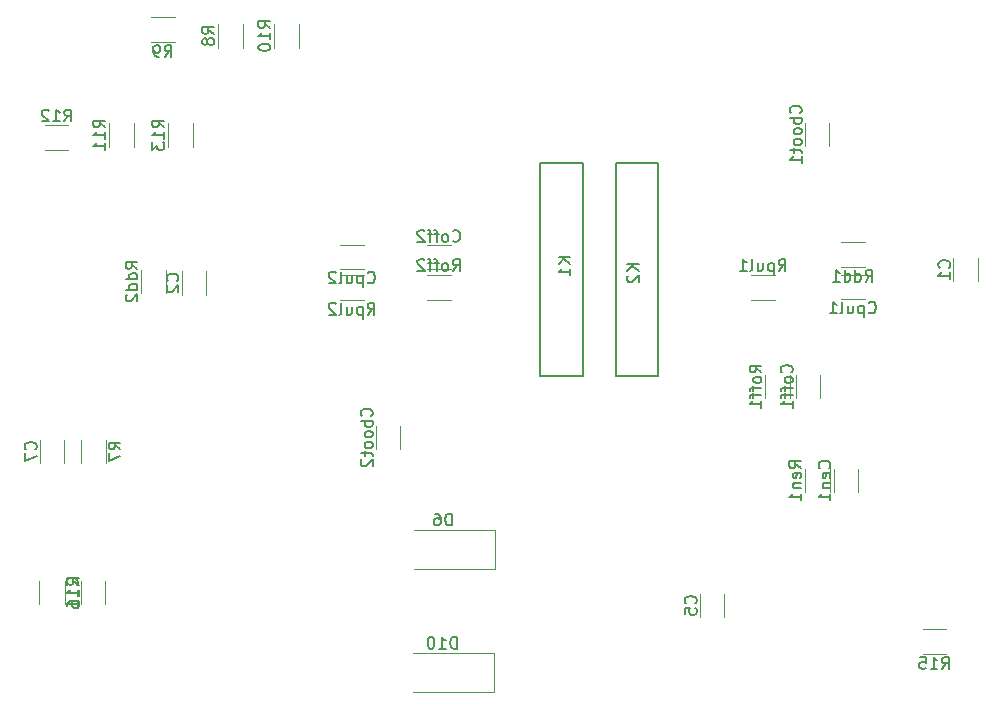
<source format=gbo>
G04 #@! TF.FileFunction,Legend,Bot*
%FSLAX46Y46*%
G04 Gerber Fmt 4.6, Leading zero omitted, Abs format (unit mm)*
G04 Created by KiCad (PCBNEW 4.0.2+dfsg1-stable) date ven. 05 janv. 2018 23:27:10 CET*
%MOMM*%
G01*
G04 APERTURE LIST*
%ADD10C,0.100000*%
%ADD11C,0.120000*%
%ADD12C,0.150000*%
G04 APERTURE END LIST*
D10*
D11*
X84070000Y-125206000D02*
X84070000Y-123206000D01*
X86110000Y-123206000D02*
X86110000Y-125206000D01*
D12*
X104400000Y-119000000D02*
X104400000Y-101000000D01*
X108000000Y-119000000D02*
X104400000Y-119000000D01*
X108000000Y-101000000D02*
X108000000Y-119000000D01*
X104400000Y-101000000D02*
X108000000Y-101000000D01*
D11*
X132980000Y-111000000D02*
X132980000Y-109000000D01*
X135020000Y-109000000D02*
X135020000Y-111000000D01*
X111502000Y-139430000D02*
X111502000Y-137430000D01*
X113542000Y-137430000D02*
X113542000Y-139430000D01*
X55625200Y-126387600D02*
X55625200Y-124387600D01*
X57665200Y-124387600D02*
X57665200Y-126387600D01*
X120392000Y-99552000D02*
X120392000Y-97552000D01*
X122432000Y-97552000D02*
X122432000Y-99552000D01*
X122843100Y-128863600D02*
X122843100Y-126863600D01*
X124883100Y-126863600D02*
X124883100Y-128863600D01*
X119630000Y-120888000D02*
X119630000Y-118888000D01*
X121670000Y-118888000D02*
X121670000Y-120888000D01*
X88408000Y-107946000D02*
X90408000Y-107946000D01*
X90408000Y-109986000D02*
X88408000Y-109986000D01*
X125460000Y-112526000D02*
X123460000Y-112526000D01*
X123460000Y-110486000D02*
X125460000Y-110486000D01*
X83042000Y-109986000D02*
X81042000Y-109986000D01*
X81042000Y-107946000D02*
X83042000Y-107946000D01*
X59075200Y-124387600D02*
X59075200Y-126387600D01*
X61215200Y-126387600D02*
X61215200Y-124387600D01*
X72847100Y-91199200D02*
X72847100Y-89199200D01*
X70707100Y-89199200D02*
X70707100Y-91199200D01*
X67027100Y-88629200D02*
X65027100Y-88629200D01*
X65027100Y-90769200D02*
X67027100Y-90769200D01*
X77597100Y-91199200D02*
X77597100Y-89199200D01*
X75457100Y-89199200D02*
X75457100Y-91199200D01*
X63620200Y-99595600D02*
X63620200Y-97595600D01*
X61480200Y-97595600D02*
X61480200Y-99595600D01*
X56050200Y-99915600D02*
X58050200Y-99915600D01*
X58050200Y-97775600D02*
X56050200Y-97775600D01*
X68620200Y-99595600D02*
X68620200Y-97595600D01*
X66480200Y-97595600D02*
X66480200Y-99595600D01*
X132358000Y-140430000D02*
X130358000Y-140430000D01*
X130358000Y-142570000D02*
X132358000Y-142570000D01*
X125460000Y-107642000D02*
X123460000Y-107642000D01*
X123460000Y-109782000D02*
X125460000Y-109782000D01*
X66348000Y-111998000D02*
X66348000Y-109998000D01*
X64208000Y-109998000D02*
X64208000Y-111998000D01*
X122532800Y-128863600D02*
X122532800Y-126863600D01*
X120392800Y-126863600D02*
X120392800Y-128863600D01*
X119180000Y-120888000D02*
X119180000Y-118888000D01*
X117040000Y-118888000D02*
X117040000Y-120888000D01*
X88408000Y-112576000D02*
X90408000Y-112576000D01*
X90408000Y-110436000D02*
X88408000Y-110436000D01*
X115840000Y-112576000D02*
X117840000Y-112576000D01*
X117840000Y-110436000D02*
X115840000Y-110436000D01*
X83042000Y-110436000D02*
X81042000Y-110436000D01*
X81042000Y-112576000D02*
X83042000Y-112576000D01*
X59125200Y-138349600D02*
X59125200Y-136349600D01*
X61165200Y-136349600D02*
X61165200Y-138349600D01*
X94166000Y-132061000D02*
X94166000Y-135361000D01*
X94166000Y-135361000D02*
X87266000Y-135361000D01*
X94166000Y-132061000D02*
X87266000Y-132061000D01*
X94115200Y-142494600D02*
X94115200Y-145794600D01*
X94115200Y-145794600D02*
X87215200Y-145794600D01*
X94115200Y-142494600D02*
X87215200Y-142494600D01*
X55575200Y-136349600D02*
X55575200Y-138349600D01*
X57715200Y-138349600D02*
X57715200Y-136349600D01*
D12*
X101600000Y-101000000D02*
X101600000Y-119000000D01*
X98000000Y-101000000D02*
X101600000Y-101000000D01*
X98000000Y-119000000D02*
X98000000Y-101000000D01*
X101600000Y-119000000D02*
X98000000Y-119000000D01*
D11*
X67630000Y-112117600D02*
X67630000Y-110117600D01*
X69670000Y-110117600D02*
X69670000Y-112117600D01*
D12*
X83697143Y-122396476D02*
X83744762Y-122348857D01*
X83792381Y-122206000D01*
X83792381Y-122110762D01*
X83744762Y-121967904D01*
X83649524Y-121872666D01*
X83554286Y-121825047D01*
X83363810Y-121777428D01*
X83220952Y-121777428D01*
X83030476Y-121825047D01*
X82935238Y-121872666D01*
X82840000Y-121967904D01*
X82792381Y-122110762D01*
X82792381Y-122206000D01*
X82840000Y-122348857D01*
X82887619Y-122396476D01*
X83792381Y-122825047D02*
X82792381Y-122825047D01*
X83173333Y-122825047D02*
X83125714Y-122920285D01*
X83125714Y-123110762D01*
X83173333Y-123206000D01*
X83220952Y-123253619D01*
X83316190Y-123301238D01*
X83601905Y-123301238D01*
X83697143Y-123253619D01*
X83744762Y-123206000D01*
X83792381Y-123110762D01*
X83792381Y-122920285D01*
X83744762Y-122825047D01*
X83792381Y-123872666D02*
X83744762Y-123777428D01*
X83697143Y-123729809D01*
X83601905Y-123682190D01*
X83316190Y-123682190D01*
X83220952Y-123729809D01*
X83173333Y-123777428D01*
X83125714Y-123872666D01*
X83125714Y-124015524D01*
X83173333Y-124110762D01*
X83220952Y-124158381D01*
X83316190Y-124206000D01*
X83601905Y-124206000D01*
X83697143Y-124158381D01*
X83744762Y-124110762D01*
X83792381Y-124015524D01*
X83792381Y-123872666D01*
X83792381Y-124777428D02*
X83744762Y-124682190D01*
X83697143Y-124634571D01*
X83601905Y-124586952D01*
X83316190Y-124586952D01*
X83220952Y-124634571D01*
X83173333Y-124682190D01*
X83125714Y-124777428D01*
X83125714Y-124920286D01*
X83173333Y-125015524D01*
X83220952Y-125063143D01*
X83316190Y-125110762D01*
X83601905Y-125110762D01*
X83697143Y-125063143D01*
X83744762Y-125015524D01*
X83792381Y-124920286D01*
X83792381Y-124777428D01*
X83125714Y-125396476D02*
X83125714Y-125777428D01*
X82792381Y-125539333D02*
X83649524Y-125539333D01*
X83744762Y-125586952D01*
X83792381Y-125682190D01*
X83792381Y-125777428D01*
X82887619Y-126063143D02*
X82840000Y-126110762D01*
X82792381Y-126206000D01*
X82792381Y-126444096D01*
X82840000Y-126539334D01*
X82887619Y-126586953D01*
X82982857Y-126634572D01*
X83078095Y-126634572D01*
X83220952Y-126586953D01*
X83792381Y-126015524D01*
X83792381Y-126634572D01*
X100552381Y-108961905D02*
X99552381Y-108961905D01*
X100552381Y-109533334D02*
X99980952Y-109104762D01*
X99552381Y-109533334D02*
X100123810Y-108961905D01*
X100552381Y-110485715D02*
X100552381Y-109914286D01*
X100552381Y-110200000D02*
X99552381Y-110200000D01*
X99695238Y-110104762D01*
X99790476Y-110009524D01*
X99838095Y-109914286D01*
X132607143Y-109833334D02*
X132654762Y-109785715D01*
X132702381Y-109642858D01*
X132702381Y-109547620D01*
X132654762Y-109404762D01*
X132559524Y-109309524D01*
X132464286Y-109261905D01*
X132273810Y-109214286D01*
X132130952Y-109214286D01*
X131940476Y-109261905D01*
X131845238Y-109309524D01*
X131750000Y-109404762D01*
X131702381Y-109547620D01*
X131702381Y-109642858D01*
X131750000Y-109785715D01*
X131797619Y-109833334D01*
X132702381Y-110785715D02*
X132702381Y-110214286D01*
X132702381Y-110500000D02*
X131702381Y-110500000D01*
X131845238Y-110404762D01*
X131940476Y-110309524D01*
X131988095Y-110214286D01*
X111129143Y-138263334D02*
X111176762Y-138215715D01*
X111224381Y-138072858D01*
X111224381Y-137977620D01*
X111176762Y-137834762D01*
X111081524Y-137739524D01*
X110986286Y-137691905D01*
X110795810Y-137644286D01*
X110652952Y-137644286D01*
X110462476Y-137691905D01*
X110367238Y-137739524D01*
X110272000Y-137834762D01*
X110224381Y-137977620D01*
X110224381Y-138072858D01*
X110272000Y-138215715D01*
X110319619Y-138263334D01*
X110224381Y-139168096D02*
X110224381Y-138691905D01*
X110700571Y-138644286D01*
X110652952Y-138691905D01*
X110605333Y-138787143D01*
X110605333Y-139025239D01*
X110652952Y-139120477D01*
X110700571Y-139168096D01*
X110795810Y-139215715D01*
X111033905Y-139215715D01*
X111129143Y-139168096D01*
X111176762Y-139120477D01*
X111224381Y-139025239D01*
X111224381Y-138787143D01*
X111176762Y-138691905D01*
X111129143Y-138644286D01*
X55252343Y-125220934D02*
X55299962Y-125173315D01*
X55347581Y-125030458D01*
X55347581Y-124935220D01*
X55299962Y-124792362D01*
X55204724Y-124697124D01*
X55109486Y-124649505D01*
X54919010Y-124601886D01*
X54776152Y-124601886D01*
X54585676Y-124649505D01*
X54490438Y-124697124D01*
X54395200Y-124792362D01*
X54347581Y-124935220D01*
X54347581Y-125030458D01*
X54395200Y-125173315D01*
X54442819Y-125220934D01*
X54347581Y-125554267D02*
X54347581Y-126220934D01*
X55347581Y-125792362D01*
X120019143Y-96742476D02*
X120066762Y-96694857D01*
X120114381Y-96552000D01*
X120114381Y-96456762D01*
X120066762Y-96313904D01*
X119971524Y-96218666D01*
X119876286Y-96171047D01*
X119685810Y-96123428D01*
X119542952Y-96123428D01*
X119352476Y-96171047D01*
X119257238Y-96218666D01*
X119162000Y-96313904D01*
X119114381Y-96456762D01*
X119114381Y-96552000D01*
X119162000Y-96694857D01*
X119209619Y-96742476D01*
X120114381Y-97171047D02*
X119114381Y-97171047D01*
X119495333Y-97171047D02*
X119447714Y-97266285D01*
X119447714Y-97456762D01*
X119495333Y-97552000D01*
X119542952Y-97599619D01*
X119638190Y-97647238D01*
X119923905Y-97647238D01*
X120019143Y-97599619D01*
X120066762Y-97552000D01*
X120114381Y-97456762D01*
X120114381Y-97266285D01*
X120066762Y-97171047D01*
X120114381Y-98218666D02*
X120066762Y-98123428D01*
X120019143Y-98075809D01*
X119923905Y-98028190D01*
X119638190Y-98028190D01*
X119542952Y-98075809D01*
X119495333Y-98123428D01*
X119447714Y-98218666D01*
X119447714Y-98361524D01*
X119495333Y-98456762D01*
X119542952Y-98504381D01*
X119638190Y-98552000D01*
X119923905Y-98552000D01*
X120019143Y-98504381D01*
X120066762Y-98456762D01*
X120114381Y-98361524D01*
X120114381Y-98218666D01*
X120114381Y-99123428D02*
X120066762Y-99028190D01*
X120019143Y-98980571D01*
X119923905Y-98932952D01*
X119638190Y-98932952D01*
X119542952Y-98980571D01*
X119495333Y-99028190D01*
X119447714Y-99123428D01*
X119447714Y-99266286D01*
X119495333Y-99361524D01*
X119542952Y-99409143D01*
X119638190Y-99456762D01*
X119923905Y-99456762D01*
X120019143Y-99409143D01*
X120066762Y-99361524D01*
X120114381Y-99266286D01*
X120114381Y-99123428D01*
X119447714Y-99742476D02*
X119447714Y-100123428D01*
X119114381Y-99885333D02*
X119971524Y-99885333D01*
X120066762Y-99932952D01*
X120114381Y-100028190D01*
X120114381Y-100123428D01*
X120114381Y-100980572D02*
X120114381Y-100409143D01*
X120114381Y-100694857D02*
X119114381Y-100694857D01*
X119257238Y-100599619D01*
X119352476Y-100504381D01*
X119400095Y-100409143D01*
X122470243Y-126815981D02*
X122517862Y-126768362D01*
X122565481Y-126625505D01*
X122565481Y-126530267D01*
X122517862Y-126387409D01*
X122422624Y-126292171D01*
X122327386Y-126244552D01*
X122136910Y-126196933D01*
X121994052Y-126196933D01*
X121803576Y-126244552D01*
X121708338Y-126292171D01*
X121613100Y-126387409D01*
X121565481Y-126530267D01*
X121565481Y-126625505D01*
X121613100Y-126768362D01*
X121660719Y-126815981D01*
X122517862Y-127625505D02*
X122565481Y-127530267D01*
X122565481Y-127339790D01*
X122517862Y-127244552D01*
X122422624Y-127196933D01*
X122041671Y-127196933D01*
X121946433Y-127244552D01*
X121898814Y-127339790D01*
X121898814Y-127530267D01*
X121946433Y-127625505D01*
X122041671Y-127673124D01*
X122136910Y-127673124D01*
X122232148Y-127196933D01*
X121898814Y-128101695D02*
X122565481Y-128101695D01*
X121994052Y-128101695D02*
X121946433Y-128149314D01*
X121898814Y-128244552D01*
X121898814Y-128387410D01*
X121946433Y-128482648D01*
X122041671Y-128530267D01*
X122565481Y-128530267D01*
X122565481Y-129530267D02*
X122565481Y-128958838D01*
X122565481Y-129244552D02*
X121565481Y-129244552D01*
X121708338Y-129149314D01*
X121803576Y-129054076D01*
X121851195Y-128958838D01*
X119257143Y-118697524D02*
X119304762Y-118649905D01*
X119352381Y-118507048D01*
X119352381Y-118411810D01*
X119304762Y-118268952D01*
X119209524Y-118173714D01*
X119114286Y-118126095D01*
X118923810Y-118078476D01*
X118780952Y-118078476D01*
X118590476Y-118126095D01*
X118495238Y-118173714D01*
X118400000Y-118268952D01*
X118352381Y-118411810D01*
X118352381Y-118507048D01*
X118400000Y-118649905D01*
X118447619Y-118697524D01*
X119352381Y-119268952D02*
X119304762Y-119173714D01*
X119257143Y-119126095D01*
X119161905Y-119078476D01*
X118876190Y-119078476D01*
X118780952Y-119126095D01*
X118733333Y-119173714D01*
X118685714Y-119268952D01*
X118685714Y-119411810D01*
X118733333Y-119507048D01*
X118780952Y-119554667D01*
X118876190Y-119602286D01*
X119161905Y-119602286D01*
X119257143Y-119554667D01*
X119304762Y-119507048D01*
X119352381Y-119411810D01*
X119352381Y-119268952D01*
X118685714Y-119888000D02*
X118685714Y-120268952D01*
X119352381Y-120030857D02*
X118495238Y-120030857D01*
X118400000Y-120078476D01*
X118352381Y-120173714D01*
X118352381Y-120268952D01*
X118685714Y-120459429D02*
X118685714Y-120840381D01*
X119352381Y-120602286D02*
X118495238Y-120602286D01*
X118400000Y-120649905D01*
X118352381Y-120745143D01*
X118352381Y-120840381D01*
X119352381Y-121697525D02*
X119352381Y-121126096D01*
X119352381Y-121411810D02*
X118352381Y-121411810D01*
X118495238Y-121316572D01*
X118590476Y-121221334D01*
X118638095Y-121126096D01*
X90598476Y-107573143D02*
X90646095Y-107620762D01*
X90788952Y-107668381D01*
X90884190Y-107668381D01*
X91027048Y-107620762D01*
X91122286Y-107525524D01*
X91169905Y-107430286D01*
X91217524Y-107239810D01*
X91217524Y-107096952D01*
X91169905Y-106906476D01*
X91122286Y-106811238D01*
X91027048Y-106716000D01*
X90884190Y-106668381D01*
X90788952Y-106668381D01*
X90646095Y-106716000D01*
X90598476Y-106763619D01*
X90027048Y-107668381D02*
X90122286Y-107620762D01*
X90169905Y-107573143D01*
X90217524Y-107477905D01*
X90217524Y-107192190D01*
X90169905Y-107096952D01*
X90122286Y-107049333D01*
X90027048Y-107001714D01*
X89884190Y-107001714D01*
X89788952Y-107049333D01*
X89741333Y-107096952D01*
X89693714Y-107192190D01*
X89693714Y-107477905D01*
X89741333Y-107573143D01*
X89788952Y-107620762D01*
X89884190Y-107668381D01*
X90027048Y-107668381D01*
X89408000Y-107001714D02*
X89027048Y-107001714D01*
X89265143Y-107668381D02*
X89265143Y-106811238D01*
X89217524Y-106716000D01*
X89122286Y-106668381D01*
X89027048Y-106668381D01*
X88836571Y-107001714D02*
X88455619Y-107001714D01*
X88693714Y-107668381D02*
X88693714Y-106811238D01*
X88646095Y-106716000D01*
X88550857Y-106668381D01*
X88455619Y-106668381D01*
X88169904Y-106763619D02*
X88122285Y-106716000D01*
X88027047Y-106668381D01*
X87788951Y-106668381D01*
X87693713Y-106716000D01*
X87646094Y-106763619D01*
X87598475Y-106858857D01*
X87598475Y-106954095D01*
X87646094Y-107096952D01*
X88217523Y-107668381D01*
X87598475Y-107668381D01*
X125793333Y-113613143D02*
X125840952Y-113660762D01*
X125983809Y-113708381D01*
X126079047Y-113708381D01*
X126221905Y-113660762D01*
X126317143Y-113565524D01*
X126364762Y-113470286D01*
X126412381Y-113279810D01*
X126412381Y-113136952D01*
X126364762Y-112946476D01*
X126317143Y-112851238D01*
X126221905Y-112756000D01*
X126079047Y-112708381D01*
X125983809Y-112708381D01*
X125840952Y-112756000D01*
X125793333Y-112803619D01*
X125364762Y-113041714D02*
X125364762Y-114041714D01*
X125364762Y-113089333D02*
X125269524Y-113041714D01*
X125079047Y-113041714D01*
X124983809Y-113089333D01*
X124936190Y-113136952D01*
X124888571Y-113232190D01*
X124888571Y-113517905D01*
X124936190Y-113613143D01*
X124983809Y-113660762D01*
X125079047Y-113708381D01*
X125269524Y-113708381D01*
X125364762Y-113660762D01*
X124031428Y-113041714D02*
X124031428Y-113708381D01*
X124460000Y-113041714D02*
X124460000Y-113565524D01*
X124412381Y-113660762D01*
X124317143Y-113708381D01*
X124174285Y-113708381D01*
X124079047Y-113660762D01*
X124031428Y-113613143D01*
X123412381Y-113708381D02*
X123507619Y-113660762D01*
X123555238Y-113565524D01*
X123555238Y-112708381D01*
X122507618Y-113708381D02*
X123079047Y-113708381D01*
X122793333Y-113708381D02*
X122793333Y-112708381D01*
X122888571Y-112851238D01*
X122983809Y-112946476D01*
X123079047Y-112994095D01*
X83375333Y-111073143D02*
X83422952Y-111120762D01*
X83565809Y-111168381D01*
X83661047Y-111168381D01*
X83803905Y-111120762D01*
X83899143Y-111025524D01*
X83946762Y-110930286D01*
X83994381Y-110739810D01*
X83994381Y-110596952D01*
X83946762Y-110406476D01*
X83899143Y-110311238D01*
X83803905Y-110216000D01*
X83661047Y-110168381D01*
X83565809Y-110168381D01*
X83422952Y-110216000D01*
X83375333Y-110263619D01*
X82946762Y-110501714D02*
X82946762Y-111501714D01*
X82946762Y-110549333D02*
X82851524Y-110501714D01*
X82661047Y-110501714D01*
X82565809Y-110549333D01*
X82518190Y-110596952D01*
X82470571Y-110692190D01*
X82470571Y-110977905D01*
X82518190Y-111073143D01*
X82565809Y-111120762D01*
X82661047Y-111168381D01*
X82851524Y-111168381D01*
X82946762Y-111120762D01*
X81613428Y-110501714D02*
X81613428Y-111168381D01*
X82042000Y-110501714D02*
X82042000Y-111025524D01*
X81994381Y-111120762D01*
X81899143Y-111168381D01*
X81756285Y-111168381D01*
X81661047Y-111120762D01*
X81613428Y-111073143D01*
X80994381Y-111168381D02*
X81089619Y-111120762D01*
X81137238Y-111025524D01*
X81137238Y-110168381D01*
X80661047Y-110263619D02*
X80613428Y-110216000D01*
X80518190Y-110168381D01*
X80280094Y-110168381D01*
X80184856Y-110216000D01*
X80137237Y-110263619D01*
X80089618Y-110358857D01*
X80089618Y-110454095D01*
X80137237Y-110596952D01*
X80708666Y-111168381D01*
X80089618Y-111168381D01*
X62447581Y-125220934D02*
X61971390Y-124887600D01*
X62447581Y-124649505D02*
X61447581Y-124649505D01*
X61447581Y-125030458D01*
X61495200Y-125125696D01*
X61542819Y-125173315D01*
X61638057Y-125220934D01*
X61780914Y-125220934D01*
X61876152Y-125173315D01*
X61923771Y-125125696D01*
X61971390Y-125030458D01*
X61971390Y-124649505D01*
X61447581Y-125554267D02*
X61447581Y-126220934D01*
X62447581Y-125792362D01*
X70379481Y-90032534D02*
X69903290Y-89699200D01*
X70379481Y-89461105D02*
X69379481Y-89461105D01*
X69379481Y-89842058D01*
X69427100Y-89937296D01*
X69474719Y-89984915D01*
X69569957Y-90032534D01*
X69712814Y-90032534D01*
X69808052Y-89984915D01*
X69855671Y-89937296D01*
X69903290Y-89842058D01*
X69903290Y-89461105D01*
X69808052Y-90603962D02*
X69760433Y-90508724D01*
X69712814Y-90461105D01*
X69617576Y-90413486D01*
X69569957Y-90413486D01*
X69474719Y-90461105D01*
X69427100Y-90508724D01*
X69379481Y-90603962D01*
X69379481Y-90794439D01*
X69427100Y-90889677D01*
X69474719Y-90937296D01*
X69569957Y-90984915D01*
X69617576Y-90984915D01*
X69712814Y-90937296D01*
X69760433Y-90889677D01*
X69808052Y-90794439D01*
X69808052Y-90603962D01*
X69855671Y-90508724D01*
X69903290Y-90461105D01*
X69998529Y-90413486D01*
X70189005Y-90413486D01*
X70284243Y-90461105D01*
X70331862Y-90508724D01*
X70379481Y-90603962D01*
X70379481Y-90794439D01*
X70331862Y-90889677D01*
X70284243Y-90937296D01*
X70189005Y-90984915D01*
X69998529Y-90984915D01*
X69903290Y-90937296D01*
X69855671Y-90889677D01*
X69808052Y-90794439D01*
X66193766Y-92001581D02*
X66527100Y-91525390D01*
X66765195Y-92001581D02*
X66765195Y-91001581D01*
X66384242Y-91001581D01*
X66289004Y-91049200D01*
X66241385Y-91096819D01*
X66193766Y-91192057D01*
X66193766Y-91334914D01*
X66241385Y-91430152D01*
X66289004Y-91477771D01*
X66384242Y-91525390D01*
X66765195Y-91525390D01*
X65717576Y-92001581D02*
X65527100Y-92001581D01*
X65431861Y-91953962D01*
X65384242Y-91906343D01*
X65289004Y-91763486D01*
X65241385Y-91573010D01*
X65241385Y-91192057D01*
X65289004Y-91096819D01*
X65336623Y-91049200D01*
X65431861Y-91001581D01*
X65622338Y-91001581D01*
X65717576Y-91049200D01*
X65765195Y-91096819D01*
X65812814Y-91192057D01*
X65812814Y-91430152D01*
X65765195Y-91525390D01*
X65717576Y-91573010D01*
X65622338Y-91620629D01*
X65431861Y-91620629D01*
X65336623Y-91573010D01*
X65289004Y-91525390D01*
X65241385Y-91430152D01*
X75129481Y-89556343D02*
X74653290Y-89223009D01*
X75129481Y-88984914D02*
X74129481Y-88984914D01*
X74129481Y-89365867D01*
X74177100Y-89461105D01*
X74224719Y-89508724D01*
X74319957Y-89556343D01*
X74462814Y-89556343D01*
X74558052Y-89508724D01*
X74605671Y-89461105D01*
X74653290Y-89365867D01*
X74653290Y-88984914D01*
X75129481Y-90508724D02*
X75129481Y-89937295D01*
X75129481Y-90223009D02*
X74129481Y-90223009D01*
X74272338Y-90127771D01*
X74367576Y-90032533D01*
X74415195Y-89937295D01*
X74129481Y-91127771D02*
X74129481Y-91223010D01*
X74177100Y-91318248D01*
X74224719Y-91365867D01*
X74319957Y-91413486D01*
X74510433Y-91461105D01*
X74748529Y-91461105D01*
X74939005Y-91413486D01*
X75034243Y-91365867D01*
X75081862Y-91318248D01*
X75129481Y-91223010D01*
X75129481Y-91127771D01*
X75081862Y-91032533D01*
X75034243Y-90984914D01*
X74939005Y-90937295D01*
X74748529Y-90889676D01*
X74510433Y-90889676D01*
X74319957Y-90937295D01*
X74224719Y-90984914D01*
X74177100Y-91032533D01*
X74129481Y-91127771D01*
X61152581Y-97952743D02*
X60676390Y-97619409D01*
X61152581Y-97381314D02*
X60152581Y-97381314D01*
X60152581Y-97762267D01*
X60200200Y-97857505D01*
X60247819Y-97905124D01*
X60343057Y-97952743D01*
X60485914Y-97952743D01*
X60581152Y-97905124D01*
X60628771Y-97857505D01*
X60676390Y-97762267D01*
X60676390Y-97381314D01*
X61152581Y-98905124D02*
X61152581Y-98333695D01*
X61152581Y-98619409D02*
X60152581Y-98619409D01*
X60295438Y-98524171D01*
X60390676Y-98428933D01*
X60438295Y-98333695D01*
X61152581Y-99857505D02*
X61152581Y-99286076D01*
X61152581Y-99571790D02*
X60152581Y-99571790D01*
X60295438Y-99476552D01*
X60390676Y-99381314D01*
X60438295Y-99286076D01*
X57693057Y-97447981D02*
X58026391Y-96971790D01*
X58264486Y-97447981D02*
X58264486Y-96447981D01*
X57883533Y-96447981D01*
X57788295Y-96495600D01*
X57740676Y-96543219D01*
X57693057Y-96638457D01*
X57693057Y-96781314D01*
X57740676Y-96876552D01*
X57788295Y-96924171D01*
X57883533Y-96971790D01*
X58264486Y-96971790D01*
X56740676Y-97447981D02*
X57312105Y-97447981D01*
X57026391Y-97447981D02*
X57026391Y-96447981D01*
X57121629Y-96590838D01*
X57216867Y-96686076D01*
X57312105Y-96733695D01*
X56359724Y-96543219D02*
X56312105Y-96495600D01*
X56216867Y-96447981D01*
X55978771Y-96447981D01*
X55883533Y-96495600D01*
X55835914Y-96543219D01*
X55788295Y-96638457D01*
X55788295Y-96733695D01*
X55835914Y-96876552D01*
X56407343Y-97447981D01*
X55788295Y-97447981D01*
X66152581Y-97952743D02*
X65676390Y-97619409D01*
X66152581Y-97381314D02*
X65152581Y-97381314D01*
X65152581Y-97762267D01*
X65200200Y-97857505D01*
X65247819Y-97905124D01*
X65343057Y-97952743D01*
X65485914Y-97952743D01*
X65581152Y-97905124D01*
X65628771Y-97857505D01*
X65676390Y-97762267D01*
X65676390Y-97381314D01*
X66152581Y-98905124D02*
X66152581Y-98333695D01*
X66152581Y-98619409D02*
X65152581Y-98619409D01*
X65295438Y-98524171D01*
X65390676Y-98428933D01*
X65438295Y-98333695D01*
X65152581Y-99238457D02*
X65152581Y-99857505D01*
X65533533Y-99524171D01*
X65533533Y-99667029D01*
X65581152Y-99762267D01*
X65628771Y-99809886D01*
X65724010Y-99857505D01*
X65962105Y-99857505D01*
X66057343Y-99809886D01*
X66104962Y-99762267D01*
X66152581Y-99667029D01*
X66152581Y-99381314D01*
X66104962Y-99286076D01*
X66057343Y-99238457D01*
X132000857Y-143802381D02*
X132334191Y-143326190D01*
X132572286Y-143802381D02*
X132572286Y-142802381D01*
X132191333Y-142802381D01*
X132096095Y-142850000D01*
X132048476Y-142897619D01*
X132000857Y-142992857D01*
X132000857Y-143135714D01*
X132048476Y-143230952D01*
X132096095Y-143278571D01*
X132191333Y-143326190D01*
X132572286Y-143326190D01*
X131048476Y-143802381D02*
X131619905Y-143802381D01*
X131334191Y-143802381D02*
X131334191Y-142802381D01*
X131429429Y-142945238D01*
X131524667Y-143040476D01*
X131619905Y-143088095D01*
X130143714Y-142802381D02*
X130619905Y-142802381D01*
X130667524Y-143278571D01*
X130619905Y-143230952D01*
X130524667Y-143183333D01*
X130286571Y-143183333D01*
X130191333Y-143230952D01*
X130143714Y-143278571D01*
X130096095Y-143373810D01*
X130096095Y-143611905D01*
X130143714Y-143707143D01*
X130191333Y-143754762D01*
X130286571Y-143802381D01*
X130524667Y-143802381D01*
X130619905Y-143754762D01*
X130667524Y-143707143D01*
X125531428Y-111014381D02*
X125864762Y-110538190D01*
X126102857Y-111014381D02*
X126102857Y-110014381D01*
X125721904Y-110014381D01*
X125626666Y-110062000D01*
X125579047Y-110109619D01*
X125531428Y-110204857D01*
X125531428Y-110347714D01*
X125579047Y-110442952D01*
X125626666Y-110490571D01*
X125721904Y-110538190D01*
X126102857Y-110538190D01*
X124674285Y-111014381D02*
X124674285Y-110014381D01*
X124674285Y-110966762D02*
X124769523Y-111014381D01*
X124960000Y-111014381D01*
X125055238Y-110966762D01*
X125102857Y-110919143D01*
X125150476Y-110823905D01*
X125150476Y-110538190D01*
X125102857Y-110442952D01*
X125055238Y-110395333D01*
X124960000Y-110347714D01*
X124769523Y-110347714D01*
X124674285Y-110395333D01*
X123769523Y-111014381D02*
X123769523Y-110014381D01*
X123769523Y-110966762D02*
X123864761Y-111014381D01*
X124055238Y-111014381D01*
X124150476Y-110966762D01*
X124198095Y-110919143D01*
X124245714Y-110823905D01*
X124245714Y-110538190D01*
X124198095Y-110442952D01*
X124150476Y-110395333D01*
X124055238Y-110347714D01*
X123864761Y-110347714D01*
X123769523Y-110395333D01*
X122769523Y-111014381D02*
X123340952Y-111014381D01*
X123055238Y-111014381D02*
X123055238Y-110014381D01*
X123150476Y-110157238D01*
X123245714Y-110252476D01*
X123340952Y-110300095D01*
X63880381Y-109926572D02*
X63404190Y-109593238D01*
X63880381Y-109355143D02*
X62880381Y-109355143D01*
X62880381Y-109736096D01*
X62928000Y-109831334D01*
X62975619Y-109878953D01*
X63070857Y-109926572D01*
X63213714Y-109926572D01*
X63308952Y-109878953D01*
X63356571Y-109831334D01*
X63404190Y-109736096D01*
X63404190Y-109355143D01*
X63880381Y-110783715D02*
X62880381Y-110783715D01*
X63832762Y-110783715D02*
X63880381Y-110688477D01*
X63880381Y-110498000D01*
X63832762Y-110402762D01*
X63785143Y-110355143D01*
X63689905Y-110307524D01*
X63404190Y-110307524D01*
X63308952Y-110355143D01*
X63261333Y-110402762D01*
X63213714Y-110498000D01*
X63213714Y-110688477D01*
X63261333Y-110783715D01*
X63880381Y-111688477D02*
X62880381Y-111688477D01*
X63832762Y-111688477D02*
X63880381Y-111593239D01*
X63880381Y-111402762D01*
X63832762Y-111307524D01*
X63785143Y-111259905D01*
X63689905Y-111212286D01*
X63404190Y-111212286D01*
X63308952Y-111259905D01*
X63261333Y-111307524D01*
X63213714Y-111402762D01*
X63213714Y-111593239D01*
X63261333Y-111688477D01*
X62975619Y-112117048D02*
X62928000Y-112164667D01*
X62880381Y-112259905D01*
X62880381Y-112498001D01*
X62928000Y-112593239D01*
X62975619Y-112640858D01*
X63070857Y-112688477D01*
X63166095Y-112688477D01*
X63308952Y-112640858D01*
X63880381Y-112069429D01*
X63880381Y-112688477D01*
X120065181Y-126815981D02*
X119588990Y-126482647D01*
X120065181Y-126244552D02*
X119065181Y-126244552D01*
X119065181Y-126625505D01*
X119112800Y-126720743D01*
X119160419Y-126768362D01*
X119255657Y-126815981D01*
X119398514Y-126815981D01*
X119493752Y-126768362D01*
X119541371Y-126720743D01*
X119588990Y-126625505D01*
X119588990Y-126244552D01*
X120017562Y-127625505D02*
X120065181Y-127530267D01*
X120065181Y-127339790D01*
X120017562Y-127244552D01*
X119922324Y-127196933D01*
X119541371Y-127196933D01*
X119446133Y-127244552D01*
X119398514Y-127339790D01*
X119398514Y-127530267D01*
X119446133Y-127625505D01*
X119541371Y-127673124D01*
X119636610Y-127673124D01*
X119731848Y-127196933D01*
X119398514Y-128101695D02*
X120065181Y-128101695D01*
X119493752Y-128101695D02*
X119446133Y-128149314D01*
X119398514Y-128244552D01*
X119398514Y-128387410D01*
X119446133Y-128482648D01*
X119541371Y-128530267D01*
X120065181Y-128530267D01*
X120065181Y-129530267D02*
X120065181Y-128958838D01*
X120065181Y-129244552D02*
X119065181Y-129244552D01*
X119208038Y-129149314D01*
X119303276Y-129054076D01*
X119350895Y-128958838D01*
X116712381Y-118697524D02*
X116236190Y-118364190D01*
X116712381Y-118126095D02*
X115712381Y-118126095D01*
X115712381Y-118507048D01*
X115760000Y-118602286D01*
X115807619Y-118649905D01*
X115902857Y-118697524D01*
X116045714Y-118697524D01*
X116140952Y-118649905D01*
X116188571Y-118602286D01*
X116236190Y-118507048D01*
X116236190Y-118126095D01*
X116712381Y-119268952D02*
X116664762Y-119173714D01*
X116617143Y-119126095D01*
X116521905Y-119078476D01*
X116236190Y-119078476D01*
X116140952Y-119126095D01*
X116093333Y-119173714D01*
X116045714Y-119268952D01*
X116045714Y-119411810D01*
X116093333Y-119507048D01*
X116140952Y-119554667D01*
X116236190Y-119602286D01*
X116521905Y-119602286D01*
X116617143Y-119554667D01*
X116664762Y-119507048D01*
X116712381Y-119411810D01*
X116712381Y-119268952D01*
X116045714Y-119888000D02*
X116045714Y-120268952D01*
X116712381Y-120030857D02*
X115855238Y-120030857D01*
X115760000Y-120078476D01*
X115712381Y-120173714D01*
X115712381Y-120268952D01*
X116045714Y-120459429D02*
X116045714Y-120840381D01*
X116712381Y-120602286D02*
X115855238Y-120602286D01*
X115760000Y-120649905D01*
X115712381Y-120745143D01*
X115712381Y-120840381D01*
X116712381Y-121697525D02*
X116712381Y-121126096D01*
X116712381Y-121411810D02*
X115712381Y-121411810D01*
X115855238Y-121316572D01*
X115950476Y-121221334D01*
X115998095Y-121126096D01*
X90598476Y-110108381D02*
X90931810Y-109632190D01*
X91169905Y-110108381D02*
X91169905Y-109108381D01*
X90788952Y-109108381D01*
X90693714Y-109156000D01*
X90646095Y-109203619D01*
X90598476Y-109298857D01*
X90598476Y-109441714D01*
X90646095Y-109536952D01*
X90693714Y-109584571D01*
X90788952Y-109632190D01*
X91169905Y-109632190D01*
X90027048Y-110108381D02*
X90122286Y-110060762D01*
X90169905Y-110013143D01*
X90217524Y-109917905D01*
X90217524Y-109632190D01*
X90169905Y-109536952D01*
X90122286Y-109489333D01*
X90027048Y-109441714D01*
X89884190Y-109441714D01*
X89788952Y-109489333D01*
X89741333Y-109536952D01*
X89693714Y-109632190D01*
X89693714Y-109917905D01*
X89741333Y-110013143D01*
X89788952Y-110060762D01*
X89884190Y-110108381D01*
X90027048Y-110108381D01*
X89408000Y-109441714D02*
X89027048Y-109441714D01*
X89265143Y-110108381D02*
X89265143Y-109251238D01*
X89217524Y-109156000D01*
X89122286Y-109108381D01*
X89027048Y-109108381D01*
X88836571Y-109441714D02*
X88455619Y-109441714D01*
X88693714Y-110108381D02*
X88693714Y-109251238D01*
X88646095Y-109156000D01*
X88550857Y-109108381D01*
X88455619Y-109108381D01*
X88169904Y-109203619D02*
X88122285Y-109156000D01*
X88027047Y-109108381D01*
X87788951Y-109108381D01*
X87693713Y-109156000D01*
X87646094Y-109203619D01*
X87598475Y-109298857D01*
X87598475Y-109394095D01*
X87646094Y-109536952D01*
X88217523Y-110108381D01*
X87598475Y-110108381D01*
X118173333Y-110108381D02*
X118506667Y-109632190D01*
X118744762Y-110108381D02*
X118744762Y-109108381D01*
X118363809Y-109108381D01*
X118268571Y-109156000D01*
X118220952Y-109203619D01*
X118173333Y-109298857D01*
X118173333Y-109441714D01*
X118220952Y-109536952D01*
X118268571Y-109584571D01*
X118363809Y-109632190D01*
X118744762Y-109632190D01*
X117744762Y-109441714D02*
X117744762Y-110441714D01*
X117744762Y-109489333D02*
X117649524Y-109441714D01*
X117459047Y-109441714D01*
X117363809Y-109489333D01*
X117316190Y-109536952D01*
X117268571Y-109632190D01*
X117268571Y-109917905D01*
X117316190Y-110013143D01*
X117363809Y-110060762D01*
X117459047Y-110108381D01*
X117649524Y-110108381D01*
X117744762Y-110060762D01*
X116411428Y-109441714D02*
X116411428Y-110108381D01*
X116840000Y-109441714D02*
X116840000Y-109965524D01*
X116792381Y-110060762D01*
X116697143Y-110108381D01*
X116554285Y-110108381D01*
X116459047Y-110060762D01*
X116411428Y-110013143D01*
X115792381Y-110108381D02*
X115887619Y-110060762D01*
X115935238Y-109965524D01*
X115935238Y-109108381D01*
X114887618Y-110108381D02*
X115459047Y-110108381D01*
X115173333Y-110108381D02*
X115173333Y-109108381D01*
X115268571Y-109251238D01*
X115363809Y-109346476D01*
X115459047Y-109394095D01*
X83375333Y-113808381D02*
X83708667Y-113332190D01*
X83946762Y-113808381D02*
X83946762Y-112808381D01*
X83565809Y-112808381D01*
X83470571Y-112856000D01*
X83422952Y-112903619D01*
X83375333Y-112998857D01*
X83375333Y-113141714D01*
X83422952Y-113236952D01*
X83470571Y-113284571D01*
X83565809Y-113332190D01*
X83946762Y-113332190D01*
X82946762Y-113141714D02*
X82946762Y-114141714D01*
X82946762Y-113189333D02*
X82851524Y-113141714D01*
X82661047Y-113141714D01*
X82565809Y-113189333D01*
X82518190Y-113236952D01*
X82470571Y-113332190D01*
X82470571Y-113617905D01*
X82518190Y-113713143D01*
X82565809Y-113760762D01*
X82661047Y-113808381D01*
X82851524Y-113808381D01*
X82946762Y-113760762D01*
X81613428Y-113141714D02*
X81613428Y-113808381D01*
X82042000Y-113141714D02*
X82042000Y-113665524D01*
X81994381Y-113760762D01*
X81899143Y-113808381D01*
X81756285Y-113808381D01*
X81661047Y-113760762D01*
X81613428Y-113713143D01*
X80994381Y-113808381D02*
X81089619Y-113760762D01*
X81137238Y-113665524D01*
X81137238Y-112808381D01*
X80661047Y-112903619D02*
X80613428Y-112856000D01*
X80518190Y-112808381D01*
X80280094Y-112808381D01*
X80184856Y-112856000D01*
X80137237Y-112903619D01*
X80089618Y-112998857D01*
X80089618Y-113094095D01*
X80137237Y-113236952D01*
X80708666Y-113808381D01*
X80089618Y-113808381D01*
X58752343Y-136706743D02*
X58799962Y-136659124D01*
X58847581Y-136516267D01*
X58847581Y-136421029D01*
X58799962Y-136278171D01*
X58704724Y-136182933D01*
X58609486Y-136135314D01*
X58419010Y-136087695D01*
X58276152Y-136087695D01*
X58085676Y-136135314D01*
X57990438Y-136182933D01*
X57895200Y-136278171D01*
X57847581Y-136421029D01*
X57847581Y-136516267D01*
X57895200Y-136659124D01*
X57942819Y-136706743D01*
X58847581Y-137659124D02*
X58847581Y-137087695D01*
X58847581Y-137373409D02*
X57847581Y-137373409D01*
X57990438Y-137278171D01*
X58085676Y-137182933D01*
X58133295Y-137087695D01*
X58847581Y-138611505D02*
X58847581Y-138040076D01*
X58847581Y-138325790D02*
X57847581Y-138325790D01*
X57990438Y-138230552D01*
X58085676Y-138135314D01*
X58133295Y-138040076D01*
X90504095Y-131663381D02*
X90504095Y-130663381D01*
X90266000Y-130663381D01*
X90123142Y-130711000D01*
X90027904Y-130806238D01*
X89980285Y-130901476D01*
X89932666Y-131091952D01*
X89932666Y-131234810D01*
X89980285Y-131425286D01*
X90027904Y-131520524D01*
X90123142Y-131615762D01*
X90266000Y-131663381D01*
X90504095Y-131663381D01*
X89075523Y-130663381D02*
X89266000Y-130663381D01*
X89361238Y-130711000D01*
X89408857Y-130758619D01*
X89504095Y-130901476D01*
X89551714Y-131091952D01*
X89551714Y-131472905D01*
X89504095Y-131568143D01*
X89456476Y-131615762D01*
X89361238Y-131663381D01*
X89170761Y-131663381D01*
X89075523Y-131615762D01*
X89027904Y-131568143D01*
X88980285Y-131472905D01*
X88980285Y-131234810D01*
X89027904Y-131139571D01*
X89075523Y-131091952D01*
X89170761Y-131044333D01*
X89361238Y-131044333D01*
X89456476Y-131091952D01*
X89504095Y-131139571D01*
X89551714Y-131234810D01*
X90929486Y-142096981D02*
X90929486Y-141096981D01*
X90691391Y-141096981D01*
X90548533Y-141144600D01*
X90453295Y-141239838D01*
X90405676Y-141335076D01*
X90358057Y-141525552D01*
X90358057Y-141668410D01*
X90405676Y-141858886D01*
X90453295Y-141954124D01*
X90548533Y-142049362D01*
X90691391Y-142096981D01*
X90929486Y-142096981D01*
X89405676Y-142096981D02*
X89977105Y-142096981D01*
X89691391Y-142096981D02*
X89691391Y-141096981D01*
X89786629Y-141239838D01*
X89881867Y-141335076D01*
X89977105Y-141382695D01*
X88786629Y-141096981D02*
X88691390Y-141096981D01*
X88596152Y-141144600D01*
X88548533Y-141192219D01*
X88500914Y-141287457D01*
X88453295Y-141477933D01*
X88453295Y-141716029D01*
X88500914Y-141906505D01*
X88548533Y-142001743D01*
X88596152Y-142049362D01*
X88691390Y-142096981D01*
X88786629Y-142096981D01*
X88881867Y-142049362D01*
X88929486Y-142001743D01*
X88977105Y-141906505D01*
X89024724Y-141716029D01*
X89024724Y-141477933D01*
X88977105Y-141287457D01*
X88929486Y-141192219D01*
X88881867Y-141144600D01*
X88786629Y-141096981D01*
X58947581Y-136706743D02*
X58471390Y-136373409D01*
X58947581Y-136135314D02*
X57947581Y-136135314D01*
X57947581Y-136516267D01*
X57995200Y-136611505D01*
X58042819Y-136659124D01*
X58138057Y-136706743D01*
X58280914Y-136706743D01*
X58376152Y-136659124D01*
X58423771Y-136611505D01*
X58471390Y-136516267D01*
X58471390Y-136135314D01*
X58947581Y-137659124D02*
X58947581Y-137087695D01*
X58947581Y-137373409D02*
X57947581Y-137373409D01*
X58090438Y-137278171D01*
X58185676Y-137182933D01*
X58233295Y-137087695D01*
X57947581Y-138516267D02*
X57947581Y-138325790D01*
X57995200Y-138230552D01*
X58042819Y-138182933D01*
X58185676Y-138087695D01*
X58376152Y-138040076D01*
X58757105Y-138040076D01*
X58852343Y-138087695D01*
X58899962Y-138135314D01*
X58947581Y-138230552D01*
X58947581Y-138421029D01*
X58899962Y-138516267D01*
X58852343Y-138563886D01*
X58757105Y-138611505D01*
X58519010Y-138611505D01*
X58423771Y-138563886D01*
X58376152Y-138516267D01*
X58328533Y-138421029D01*
X58328533Y-138230552D01*
X58376152Y-138135314D01*
X58423771Y-138087695D01*
X58519010Y-138040076D01*
X106352381Y-109561905D02*
X105352381Y-109561905D01*
X106352381Y-110133334D02*
X105780952Y-109704762D01*
X105352381Y-110133334D02*
X105923810Y-109561905D01*
X105447619Y-110514286D02*
X105400000Y-110561905D01*
X105352381Y-110657143D01*
X105352381Y-110895239D01*
X105400000Y-110990477D01*
X105447619Y-111038096D01*
X105542857Y-111085715D01*
X105638095Y-111085715D01*
X105780952Y-111038096D01*
X106352381Y-110466667D01*
X106352381Y-111085715D01*
X67257143Y-110950934D02*
X67304762Y-110903315D01*
X67352381Y-110760458D01*
X67352381Y-110665220D01*
X67304762Y-110522362D01*
X67209524Y-110427124D01*
X67114286Y-110379505D01*
X66923810Y-110331886D01*
X66780952Y-110331886D01*
X66590476Y-110379505D01*
X66495238Y-110427124D01*
X66400000Y-110522362D01*
X66352381Y-110665220D01*
X66352381Y-110760458D01*
X66400000Y-110903315D01*
X66447619Y-110950934D01*
X66447619Y-111331886D02*
X66400000Y-111379505D01*
X66352381Y-111474743D01*
X66352381Y-111712839D01*
X66400000Y-111808077D01*
X66447619Y-111855696D01*
X66542857Y-111903315D01*
X66638095Y-111903315D01*
X66780952Y-111855696D01*
X67352381Y-111284267D01*
X67352381Y-111903315D01*
M02*

</source>
